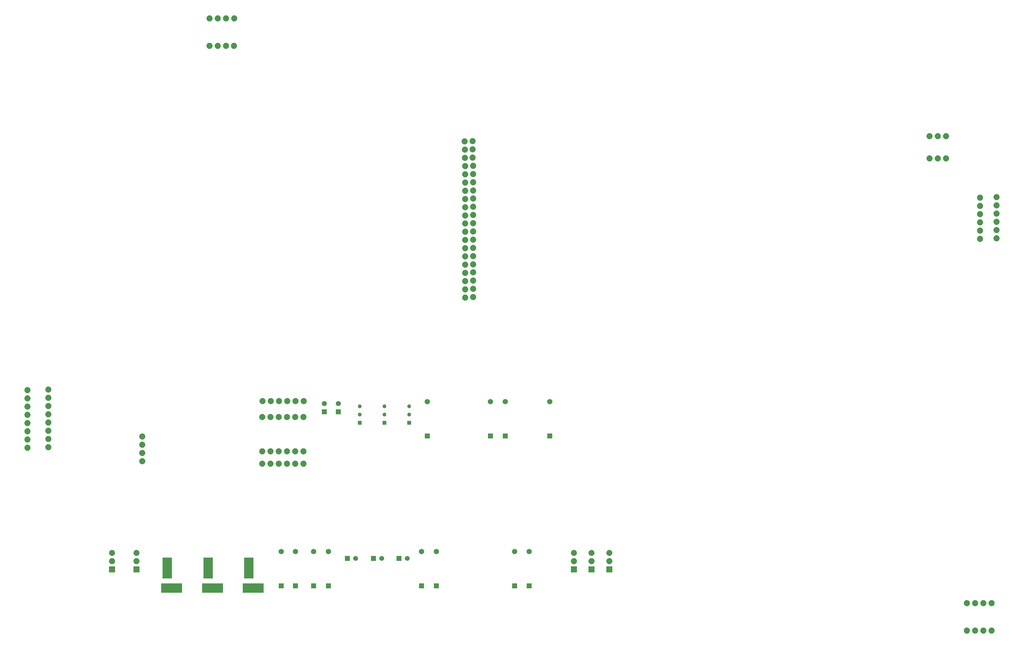
<source format=gbl>
G04*
G04 #@! TF.GenerationSoftware,Altium Limited,Altium Designer,21.2.2 (38)*
G04*
G04 Layer_Physical_Order=2*
G04 Layer_Color=16711680*
%FSLAX43Y43*%
%MOMM*%
G71*
G04*
G04 #@! TF.SameCoordinates,F6177738-A101-420F-8975-3F4184574452*
G04*
G04*
G04 #@! TF.FilePolarity,Positive*
G04*
G01*
G75*
%ADD30C,1.200*%
%ADD31R,1.200X1.200*%
%ADD32C,1.570*%
%ADD33R,1.570X1.570*%
%ADD34R,1.850X1.850*%
%ADD35C,1.880*%
%ADD36C,1.850*%
%ADD37R,1.650X1.650*%
%ADD38C,1.650*%
%ADD39C,1.508*%
%ADD40R,1.508X1.508*%
%ADD41R,3.000X6.500*%
%ADD42R,6.500X3.000*%
%ADD43C,1.880*%
D30*
X129545Y77978D02*
D03*
Y75438D02*
D03*
X121925Y77978D02*
D03*
Y75438D02*
D03*
X137165Y77978D02*
D03*
Y75438D02*
D03*
D31*
X129545Y72898D02*
D03*
X121925D02*
D03*
X137165D02*
D03*
D32*
X115316Y78867D02*
D03*
X110998D02*
D03*
D33*
X115316Y76327D02*
D03*
X110998D02*
D03*
D34*
X198831Y27686D02*
D03*
X193370D02*
D03*
X187909D02*
D03*
X53035D02*
D03*
X45542D02*
D03*
D35*
X198831Y30226D02*
D03*
X193370D02*
D03*
X187909D02*
D03*
X53035D02*
D03*
X45542D02*
D03*
D36*
X198831Y32766D02*
D03*
X193370D02*
D03*
X187909D02*
D03*
X53035D02*
D03*
X45542D02*
D03*
D37*
X174117Y22640D02*
D03*
X169672D02*
D03*
X145542D02*
D03*
X140970D02*
D03*
X112268D02*
D03*
X107696D02*
D03*
X102108D02*
D03*
X97663D02*
D03*
X142748Y68868D02*
D03*
X162179D02*
D03*
X166751D02*
D03*
X180467D02*
D03*
D38*
X174117Y33240D02*
D03*
X169672D02*
D03*
X145542D02*
D03*
X140970D02*
D03*
X112268D02*
D03*
X107696D02*
D03*
X102108D02*
D03*
X97663D02*
D03*
X142748Y79468D02*
D03*
X162179D02*
D03*
X166751D02*
D03*
X180467D02*
D03*
D39*
X136525Y31115D02*
D03*
X128651D02*
D03*
X120650D02*
D03*
D40*
X133985D02*
D03*
X126111D02*
D03*
X118110D02*
D03*
D41*
X87706Y28092D02*
D03*
X75133D02*
D03*
X62560D02*
D03*
D42*
X89052Y21971D02*
D03*
X76479D02*
D03*
X63906D02*
D03*
D43*
X156820Y121806D02*
D03*
Y119276D02*
D03*
Y116745D02*
D03*
Y114214D02*
D03*
Y111684D02*
D03*
Y129398D02*
D03*
Y126868D02*
D03*
Y124337D02*
D03*
Y144582D02*
D03*
Y142052D02*
D03*
Y139521D02*
D03*
Y136990D02*
D03*
Y134460D02*
D03*
Y131929D02*
D03*
Y152174D02*
D03*
Y149643D02*
D03*
Y147113D02*
D03*
X156718Y157235D02*
D03*
Y154705D02*
D03*
X154356Y121670D02*
D03*
Y119135D02*
D03*
Y116601D02*
D03*
Y114066D02*
D03*
Y111531D02*
D03*
X156718Y159766D02*
D03*
X154356Y129273D02*
D03*
Y126739D02*
D03*
Y124204D02*
D03*
Y144481D02*
D03*
Y141946D02*
D03*
Y139412D02*
D03*
Y136877D02*
D03*
Y134343D02*
D03*
Y131808D02*
D03*
Y152085D02*
D03*
Y149550D02*
D03*
Y147015D02*
D03*
X154280Y157154D02*
D03*
Y154619D02*
D03*
X154237Y159688D02*
D03*
X311642Y8855D02*
D03*
X309111D02*
D03*
X314173D02*
D03*
X314179Y17272D02*
D03*
X309118D02*
D03*
X311649D02*
D03*
X316703Y8855D02*
D03*
X316710Y17272D02*
D03*
X80620Y189195D02*
D03*
X75558D02*
D03*
X78089D02*
D03*
X83150D02*
D03*
X75565Y197612D02*
D03*
X78096D02*
D03*
X80626D02*
D03*
X83157D02*
D03*
X297561Y161290D02*
D03*
X300101D02*
D03*
X302641D02*
D03*
X297561Y154432D02*
D03*
X300101D02*
D03*
X302641D02*
D03*
X318262Y142494D02*
D03*
Y139954D02*
D03*
Y137414D02*
D03*
Y134874D02*
D03*
Y132334D02*
D03*
Y129794D02*
D03*
X313182Y142367D02*
D03*
Y139827D02*
D03*
Y137287D02*
D03*
Y134747D02*
D03*
Y132207D02*
D03*
Y129667D02*
D03*
X104521Y64110D02*
D03*
X101981D02*
D03*
X99441D02*
D03*
X96901D02*
D03*
X94361D02*
D03*
X91821D02*
D03*
X104546Y74676D02*
D03*
X102006D02*
D03*
X99466D02*
D03*
X96926D02*
D03*
X94386D02*
D03*
X91846D02*
D03*
X104623Y79578D02*
D03*
X102083D02*
D03*
X99543D02*
D03*
X97003D02*
D03*
X94463D02*
D03*
X91923D02*
D03*
X104558Y60264D02*
D03*
X102018D02*
D03*
X99478D02*
D03*
X96938D02*
D03*
X94398D02*
D03*
X91858D02*
D03*
X25908Y78105D02*
D03*
Y75565D02*
D03*
Y73025D02*
D03*
Y70485D02*
D03*
Y67945D02*
D03*
Y65405D02*
D03*
Y83185D02*
D03*
Y80645D02*
D03*
X19431Y77876D02*
D03*
Y75336D02*
D03*
Y72796D02*
D03*
Y70256D02*
D03*
Y67716D02*
D03*
Y65176D02*
D03*
Y82956D02*
D03*
Y80416D02*
D03*
X54864Y68707D02*
D03*
Y66167D02*
D03*
Y63627D02*
D03*
Y61087D02*
D03*
M02*

</source>
